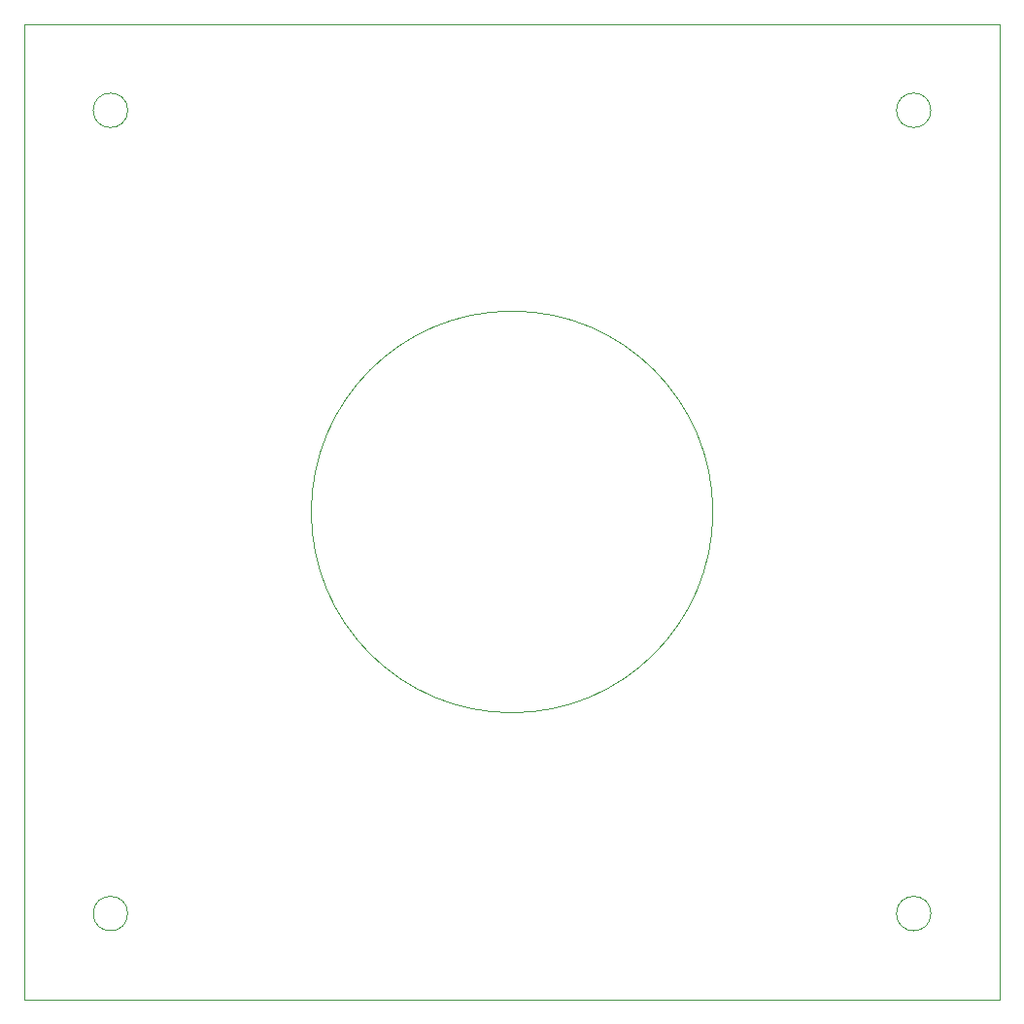
<source format=gm1>
G04 #@! TF.FileFunction,Profile,NP*
%FSLAX46Y46*%
G04 Gerber Fmt 4.6, Leading zero omitted, Abs format (unit mm)*
G04 Created by KiCad (PCBNEW 4.0.2-stable) date Wed 20 Jul 2016 06:47:56 PM CEST*
%MOMM*%
G01*
G04 APERTURE LIST*
%ADD10C,0.100000*%
%ADD11C,0.001000*%
G04 APERTURE END LIST*
D10*
D11*
X66500000Y-65000000D02*
G75*
G03X66500000Y-65000000I-1500000J0D01*
G01*
X66500000Y-135000000D02*
G75*
G03X66500000Y-135000000I-1500000J0D01*
G01*
X136500000Y-135000000D02*
G75*
G03X136500000Y-135000000I-1500000J0D01*
G01*
X136500000Y-65000000D02*
G75*
G03X136500000Y-65000000I-1500000J0D01*
G01*
X117500000Y-100000000D02*
G75*
G03X117500000Y-100000000I-17500000J0D01*
G01*
X57500000Y-142500000D02*
X57500000Y-57500000D01*
X142500000Y-142500000D02*
X57500000Y-142500000D01*
X142500000Y-57500000D02*
X142500000Y-142500000D01*
X57500000Y-57500000D02*
X142500000Y-57500000D01*
M02*

</source>
